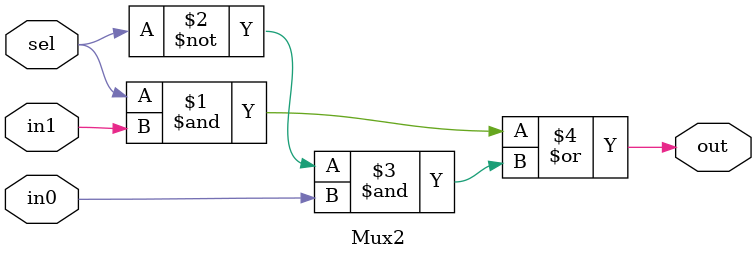
<source format=v>
module Mux2 (
  input  sel,
  input  in0,
  input  in1,
  output out
);
  assign out = (sel & in1) | ((~ sel) & in0);
endmodule

</source>
